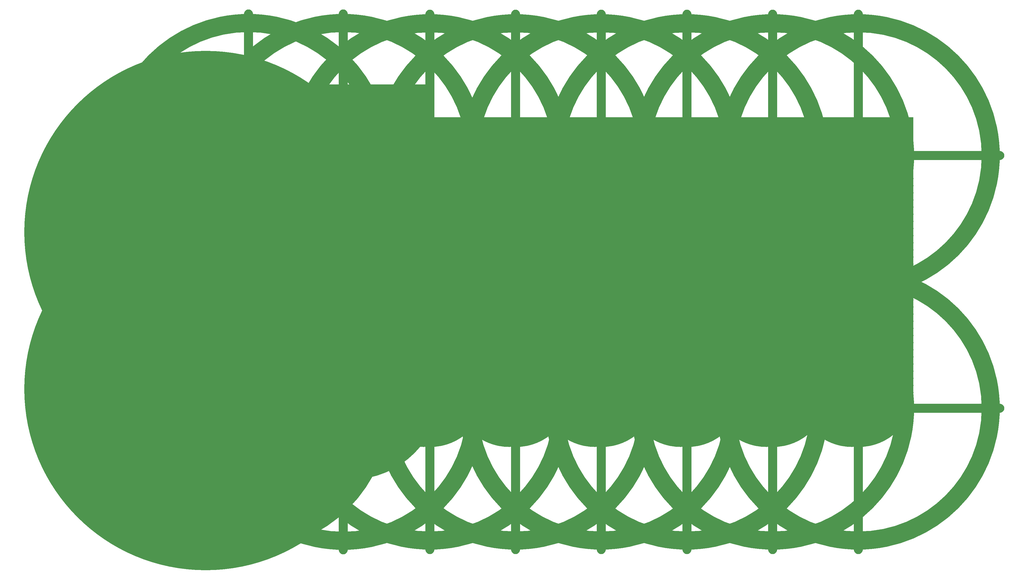
<source format=gtl>
G04*
G04  File:            F_D_P7.GTL, Mon Sep 09 10:52:44 2002*
G04  Source:          ACCEL Tango PCB, Version 13.01.33, (f_d_p7.pcb)*
G04  Format:          Gerber Format (RS-274-D), ASCII*
G04*
G04  Format Options:  Absolute Positioning*
G04                   Leading-Zero Suppression*
G04                   Scale Factor 1:1*
G04                   NO Circular Interpolation*
G04                   Millimeter Units*
G04                   Numeric Format: 4.4 (XXXX.XXXX)*
G04                   G54 NOT Used for Aperture Change*
G04                   Apertures Embedded*
G04*
G04  File Options:    Offset = (0.00mm,0.00mm)*
G04                   Drill Symbol Size = 2.03mm*
G04                   Pad/Via Holes*
G04*
G04  File Contents:   Pads*
G04                   Vias*
G04                   No Designators*
G04                   No Types*
G04                   No Values*
G04                   No Drill Symbols*
G04                   Top*
G04*
G04  Aperture MACROs for general use --- invoked via D-code assignment *
G04*
G04  General MACRO for flashed round with rotation and/or offset hole *
%AMROTOFFROUND*
1,1,$1,0.0000,0.0000*
1,0,$2,$3,$4*%
G04*
G04  General MACRO for flashed oval (obround) with rotation and/or offset hole *
%AMROTOFFOVAL*
21,1,$1,$2,0.0000,0.0000,$3*
1,1,$4,$5,$6*
1,1,$4,0-$5,0-$6*
1,0,$7,$8,$9*%
G04*
G04  General MACRO for flashed rectangle with rotation and/or offset hole *
%AMROTOFFRECT*
21,1,$1,$2,0.0000,0.0000,$3*
1,0,$4,$5,$6*%
G04*
G04  General MACRO for flashed rounded-rectangle *
%AMROUNDRECT*
21,1,$1,$2-$4,0.0000,0.0000,$3*
21,1,$1-$4,$2,0.0000,0.0000,$3*
1,1,$4,$5,$6*
1,1,$4,$7,$8*
1,1,$4,0-$5,0-$6*
1,1,$4,0-$7,0-$8*
1,0,$9,$10,$11*%
G04*
G04  General MACRO for flashed regular polygon *
%AMREGPOLY*
5,1,$1,0.0000,0.0000,$2,($3+$4)*
1,0,$5,$6,$7*%
G04  D10 : "Ellipse X0.25mm Y0.25mm H0.00mm 0.0deg (0.00mm,0.00mm) Draw"*
G04  Disc: OuterDia=0.2540*
%ADD10C, 0.2540 X0.0000*%
G04  D11 : "Ellipse X0.30mm Y0.30mm H0.00mm 0.0deg (0.00mm,0.00mm) Draw"*
G04  Disc: OuterDia=0.3000*
%ADD11C, 0.3000 X0.0000*%
G04  D12 : "Ellipse X0.38mm Y0.38mm H0.00mm 0.0deg (0.00mm,0.00mm) Draw"*
G04  Disc: OuterDia=0.3810*
%ADD12C, 0.3810 X0.0000*%
G04  D13 : "Ellipse X0.60mm Y0.60mm H0.00mm 0.0deg (0.00mm,0.00mm) Draw"*
G04  Disc: OuterDia=0.6000*
%ADD13C, 0.6000 X0.0000*%
G04  D14 : "Ellipse X0.64mm Y0.64mm H0.00mm 0.0deg (0.00mm,0.00mm) Draw"*
G04  Disc: OuterDia=0.6350*
%ADD14C, 0.6350 X0.0000*%
G04  D15 : "Ellipse X1.20mm Y1.20mm H0.00mm 0.0deg (0.00mm,0.00mm) Draw"*
G04  Disc: OuterDia=1.2000*
%ADD15C, 1.2000 X0.0000*%
G04  D16 : "Ellipse X1.22mm Y1.22mm H0.00mm 0.0deg (0.00mm,0.00mm) Draw"*
G04  Disc: OuterDia=1.2200*
%ADD16C, 1.2200 X0.0000*%
G04  D17 : "Ellipse X0.25mm Y0.25mm H0.00mm 0.0deg (0.00mm,0.00mm) Draw"*
G04  Disc: OuterDia=0.2500*
%ADD17C, 0.2500 X0.0000*%
G04  D18 : "Ellipse X2.54mm Y2.54mm H0.00mm 0.0deg (0.00mm,0.00mm) Flash"*
G04  Disc: OuterDia=2.5400*
%ADD18C, 2.5400 X0.0000*%
G04  D19 : "Ellipse X2.92mm Y2.92mm H0.00mm 0.0deg (0.00mm,0.00mm) Flash"*
G04  Disc: OuterDia=2.9210*
%ADD19C, 2.9210 X0.0000*%
G04  D20 : "Ellipse X5.08mm Y5.08mm H0.00mm 0.0deg (0.00mm,0.00mm) Flash"*
G04  Disc: OuterDia=5.0800*
%ADD20C, 5.0800 X0.0000*%
G04  D21 : "Ellipse X5.46mm Y5.46mm H0.00mm 0.0deg (0.00mm,0.00mm) Flash"*
G04  Disc: OuterDia=5.4610*
%ADD21C, 5.4610 X0.0000*%
G04  D22 : "Ellipse X1.52mm Y1.52mm H0.00mm 0.0deg (0.00mm,0.00mm) Flash"*
G04  Disc: OuterDia=1.5240*
%ADD22C, 1.5240 X0.0000*%
G04  D23 : "Ellipse X1.91mm Y1.91mm H0.00mm 0.0deg (0.00mm,0.00mm) Flash"*
G04  Disc: OuterDia=1.9050*
%ADD23C, 1.9050 X0.0000*%
G04  D24 : "Mounting Hole X3.96mm Y3.96mm H0.00mm 0.0deg (0.00mm,0.00mm) Flash"*
G04  Mounting Hole: Diameter=3.9624, Rotation=0.0000, LineWidth=0.1270 *
%AMMTHOLED24*
1,1,3.9624,0,0*
1,0,3.4544,0,0*
6,0,0,3.9624,0.1270,0,0,0.1270,3.9624,0.0000*%
%ADD24MTHOLED24*%
G04  D25 : "Rectangle X2.54mm Y2.54mm H0.00mm 0.0deg (0.00mm,0.00mm) Flash"*
G04  Square: Side=2.5400, Rotation=0.0, OffsetX=0.0000, OffsetY=0.0000, HoleDia=0.0000*
%ADD25R, 2.5400 X2.5400 X0.0000*%
G04  D26 : "Rectangle X2.92mm Y2.92mm H0.00mm 0.0deg (0.00mm,0.00mm) Flash"*
G04  Square: Side=2.9210, Rotation=0.0, OffsetX=0.0000, OffsetY=0.0000, HoleDia=0.0000*
%ADD26R, 2.9210 X2.9210 X0.0000*%
G04  D27 : "Rectangle X1.52mm Y1.52mm H0.00mm 0.0deg (0.00mm,0.00mm) Flash"*
G04  Square: Side=1.5240, Rotation=0.0, OffsetX=0.0000, OffsetY=0.0000, HoleDia=0.0000*
%ADD27R, 1.5240 X1.5240 X0.0000*%
G04  D28 : "Rectangle X1.91mm Y1.91mm H0.00mm 0.0deg (0.00mm,0.00mm) Flash"*
G04  Square: Side=1.9050, Rotation=0.0, OffsetX=0.0000, OffsetY=0.0000, HoleDia=0.0000*
%ADD28R, 1.9050 X1.9050 X0.0000*%
G04  D29 : "Ellipse X1.02mm Y1.02mm H0.00mm 0.0deg (0.00mm,0.00mm) Flash"*
G04  Disc: OuterDia=1.0160*
%ADD29C, 1.0160 X0.0000*%
G04  D30 : "Ellipse X1.40mm Y1.40mm H0.00mm 0.0deg (0.00mm,0.00mm) Flash"*
G04  Disc: OuterDia=1.3970*
%ADD30C, 1.3970 X0.0000*%
%ICAS*%
%FSLAX44Y44*%
%SFA1B1*%
%INF_D_P7.GTL*%
%OFA0.00B0.00*%
%MOMM*%
G71*
G90*
G01*
D2*
%LNTop*%
D15*
X628650Y685800*
X838200Y241300D1*
X552450Y787400D2*
X647700D1*
X552450Y762000D2*
Y787400D1*
X241300D2*
X552450D1*
X215900Y762000D2*
X241300Y787400D1*
X552450Y736600D2*
X647700D1*
X552450Y711200D2*
Y736600D1*
X241300D2*
X552450D1*
X241300D2*
X215900Y711200D1*
X552450Y685800D2*
X628650D1*
X552450Y660400D2*
Y685800D1*
X234950D2*
X552450D1*
X215900Y660400D2*
X234950Y685800D1*
X673100Y838200D2*
X552450D1*
X234950*
X552450Y812800D2*
Y838200D1*
X234950D2*
X215900Y812800D1*
D2*
D13*
X1212850Y666750*
X1460500D1*
X1206500Y660400D2*
X1212850Y666750D1*
X1181100Y660400D2*
X1206500D1*
X1168400Y673100D2*
X1181100Y660400D1*
X1155700Y666750D2*
X1168400Y673100D1*
X1212850Y692150D2*
X1460500D1*
X1206500Y685800D2*
X1212850Y692150D1*
X1181100Y685800D2*
X1206500D1*
X1168400Y698500D2*
X1181100Y685800D1*
X1155700Y692150D2*
X1168400Y698500D1*
X1212850Y717550D2*
X1460500D1*
X1206500Y711200D2*
X1212850Y717550D1*
X1181100Y711200D2*
X1206500D1*
X1168400Y723900D2*
X1181100Y711200D1*
X1155700Y717550D2*
X1168400Y723900D1*
X1212850Y742950D2*
X1460500D1*
X1206500Y736600D2*
X1212850Y742950D1*
X1181100Y736600D2*
X1206500D1*
X1168400Y749300D2*
X1181100Y736600D1*
X1155700Y742950D2*
X1168400Y749300D1*
X1212850Y768350D2*
X1460500D1*
X1206500Y762000D2*
X1212850Y768350D1*
X1181100Y762000D2*
X1206500D1*
X1168400Y774700D2*
X1181100Y762000D1*
X1155700Y768350D2*
X1168400Y774700D1*
X1212850Y793750D2*
X1460500D1*
X1206500Y787400D2*
X1212850Y793750D1*
X1181100Y787400D2*
X1206500D1*
X1168400Y800100D2*
X1181100Y787400D1*
X1155700Y793750D2*
X1168400Y800100D1*
X1212850Y819150D2*
X1460500D1*
X1206500Y812800D2*
X1212850Y819150D1*
X1181100Y812800D2*
X1206500D1*
X1168400Y825500D2*
X1181100Y812800D1*
X1155700Y819150D2*
X1168400Y825500D1*
X1212850Y844550D2*
X1460500D1*
X1206500Y838200D2*
X1212850Y844550D1*
X1181100Y838200D2*
X1206500D1*
X1168400Y850900D2*
X1181100Y838200D1*
X1155700Y844550D2*
X1168400Y850900D1*
X908050Y666750D2*
X1155700D1*
X876300Y838200D2*
X895350D1*
X863600Y850900D2*
X876300Y838200D1*
X895350D2*
X908050Y844550D1*
X1155700*
X863600Y825500D2*
X876300Y812800D1*
X895350*
X908050Y819150*
X1155700*
X863600Y800100D2*
X876300Y787400D1*
X895350*
X908050Y793750*
X1155700*
X863600Y774700D2*
X876300Y762000D1*
X895350*
X908050Y768350*
X1155700*
D2*
D15*
X825500Y647700*
X863600D1*
X774700Y787400D2*
X825500Y647700D1*
D2*
D13*
X863600Y749300*
X876300Y736600D1*
X895350*
X908050Y742950*
X1155700*
X863600Y723900D2*
X876300Y711200D1*
X895350*
X908050Y717550*
X1155700*
X863600Y698500D2*
X876300Y685800D1*
X895350*
X908050Y692150*
X1155700*
D2*
D15*
X787400Y889000*
X825500Y704850D1*
D2*
D13*
X863600Y673100*
X876300Y660400D1*
X895350*
X908050Y666750*
D2*
D15*
X698500Y787400*
X774700D1*
X673100Y685800D2*
Y749300D1*
Y838200*
D2*
D13*
X908050Y311150*
X1155700D1*
X895350Y304800D2*
X908050Y311150D1*
X876300Y304800D2*
X895350D1*
X863600Y317500D2*
X876300Y304800D1*
X908050Y285750D2*
X1155700D1*
X895350Y279400D2*
X908050Y285750D1*
X876300Y279400D2*
X895350D1*
X863600Y292100D2*
X876300Y279400D1*
X863600Y165100D2*
X876300Y152400D1*
X895350*
X908050Y158750*
X1155700*
X863600Y190500D2*
X876300Y177800D1*
X895350*
X908050Y184150*
X1155700*
D2*
D15*
X838200Y241300*
X863600D1*
D2*
D13*
Y266700*
X876300Y254000D1*
X895350*
X908050Y260350*
X1155700*
X863600Y215900D2*
X876300Y203200D1*
X895350*
X908050Y107950D2*
X1155700D1*
X895350Y101600D2*
X908050Y107950D1*
X876300Y101600D2*
X895350D1*
X863600Y114300D2*
X876300Y101600D1*
X908050Y209550D2*
X1155700D1*
X895350Y203200D2*
X908050Y209550D1*
X863600Y647700D2*
X876300Y635000D1*
X895350*
X908050Y641350*
X1155700*
X863600Y622300D2*
X876300Y609600D1*
X895350*
X908050Y615950*
X1155700*
X908050Y336550D2*
X1155700D1*
X895350Y330200D2*
X908050Y336550D1*
X876300Y330200D2*
X895350D1*
X863600Y342900D2*
X876300Y330200D1*
X908050Y488950D2*
X1155700D1*
X895350Y482600D2*
X908050Y488950D1*
X876300Y482600D2*
X895350D1*
X863600Y495300D2*
X876300Y482600D1*
X908050Y412750D2*
X1155700D1*
X895350Y406400D2*
X908050Y412750D1*
X876300Y406400D2*
X895350D1*
X863600Y419100D2*
X876300Y406400D1*
X908050Y438150D2*
X1155700D1*
X895350Y431800D2*
X908050Y438150D1*
X876300Y431800D2*
X895350D1*
X863600Y444500D2*
X876300Y431800D1*
X908050Y565150D2*
X1155700D1*
X895350Y558800D2*
X908050Y565150D1*
X876300Y558800D2*
X895350D1*
X863600Y571500D2*
X876300Y558800D1*
X908050Y514350D2*
X1155700D1*
X895350Y508000D2*
X908050Y514350D1*
X876300Y508000D2*
X895350D1*
X863600Y520700D2*
X876300Y508000D1*
X895350Y584200D2*
X908050Y590550D1*
X876300Y584200D2*
X895350D1*
X863600Y596900D2*
X876300Y584200D1*
X863600Y546100D2*
X876300Y533400D1*
X895350*
X908050Y539750*
X1155700*
X863600Y393700D2*
X876300Y381000D1*
X895350*
X908050Y387350*
X1155700*
X863600Y368300D2*
X876300Y355600D1*
X895350*
X908050Y361950*
X1155700*
X863600Y469900D2*
X876300Y457200D1*
X895350*
X908050Y463550*
X1155700*
X908050Y590550D2*
X1155700D1*
D2*
D15*
X762000Y736600*
X812800Y596900D1*
X863600*
D2*
D13*
X1168400Y520700*
X1181100Y508000D1*
X1155700Y514350D2*
X1168400Y520700D1*
X1206500Y584200D2*
X1212850Y590550D1*
X1181100Y584200D2*
X1206500D1*
X1168400Y596900D2*
X1181100Y584200D1*
X1212850Y590550D2*
X1460500D1*
X1155700D2*
X1168400Y596900D1*
X1212850Y615950D2*
X1460500D1*
X1206500Y609600D2*
X1212850Y615950D1*
X1181100Y609600D2*
X1206500D1*
X1168400Y622300D2*
X1181100Y609600D1*
X1155700Y615950D2*
X1168400Y622300D1*
X1212850Y641350D2*
X1460500D1*
X1206500Y635000D2*
X1212850Y641350D1*
X1181100Y635000D2*
X1206500D1*
X1168400Y647700D2*
X1181100Y635000D1*
X1155700Y641350D2*
X1168400Y647700D1*
X1181100Y508000D2*
X1206500D1*
X1212850Y514350*
X1460500*
X1155700Y565150D2*
X1168400Y571500D1*
X1181100Y558800*
X1206500*
X1212850Y565150*
X1460500*
X1155700Y438150D2*
X1168400Y444500D1*
X1181100Y431800*
X1206500*
X1212850Y438150*
X1460500*
X1155700Y412750D2*
X1168400Y419100D1*
X1181100Y406400*
X1206500*
X1212850Y412750*
X1460500*
X1155700Y488950D2*
X1168400Y495300D1*
X1181100Y482600*
X1206500*
X1212850Y488950*
X1460500*
X1155700Y336550D2*
X1168400Y342900D1*
X1181100Y330200*
X1206500*
X1212850Y336550*
X1460500*
X1155700Y539750D2*
X1168400Y546100D1*
X1181100Y533400*
X1206500*
X1212850Y539750*
X1460500*
X1155700Y387350D2*
X1168400Y393700D1*
X1181100Y381000*
X1206500*
X1212850Y387350*
X1460500*
X1155700Y361950D2*
X1168400Y368300D1*
X1181100Y355600*
X1206500*
X1212850Y361950*
X1460500*
X1155700Y463550D2*
X1168400Y469900D1*
X1181100Y457200*
X1206500*
X1212850Y463550*
X1460500*
X1212850Y107950D2*
X1460500D1*
X1206500Y101600D2*
X1212850Y107950D1*
X1181100Y101600D2*
X1206500D1*
X1168400Y114300D2*
X1181100Y101600D1*
X1155700Y107950D2*
X1168400Y114300D1*
X1212850Y209550D2*
X1460500D1*
X1206500Y203200D2*
X1212850Y209550D1*
X1181100Y203200D2*
X1206500D1*
X1168400Y215900D2*
X1181100Y203200D1*
X1155700Y209550D2*
X1168400Y215900D1*
X1212850Y260350D2*
X1460500D1*
X1206500Y254000D2*
X1212850Y260350D1*
X1181100Y254000D2*
X1206500D1*
X1168400Y266700D2*
X1181100Y254000D1*
X1155700Y260350D2*
X1168400Y266700D1*
X1212850Y184150D2*
X1460500D1*
X1206500Y177800D2*
X1212850Y184150D1*
X1181100Y177800D2*
X1206500D1*
X1168400Y190500D2*
X1181100Y177800D1*
X1155700Y184150D2*
X1168400Y190500D1*
X1212850Y158750D2*
X1460500D1*
X1206500Y152400D2*
X1212850Y158750D1*
X1181100Y152400D2*
X1206500D1*
X1168400Y165100D2*
X1181100Y152400D1*
X1155700Y158750D2*
X1168400Y165100D1*
X1155700Y285750D2*
X1168400Y292100D1*
X1181100Y279400*
X1206500*
X1212850Y285750*
X1460500*
X1155700Y311150D2*
X1168400Y317500D1*
X1181100Y304800*
X1206500*
X1212850Y311150*
X1460500*
X1517650D2*
X1765300D1*
X1511300Y304800D2*
X1517650Y311150D1*
X1485900Y304800D2*
X1511300D1*
X1473200Y317500D2*
X1485900Y304800D1*
X1460500Y311150D2*
X1473200Y317500D1*
X1517650Y285750D2*
X1765300D1*
X1511300Y279400D2*
X1517650Y285750D1*
X1485900Y279400D2*
X1511300D1*
X1473200Y292100D2*
X1485900Y279400D1*
X1460500Y285750D2*
X1473200Y292100D1*
X1460500Y158750D2*
X1473200Y165100D1*
X1485900Y152400*
X1511300*
X1517650Y158750*
X1765300*
X1460500Y184150D2*
X1473200Y190500D1*
X1485900Y177800*
X1511300*
X1517650Y184150*
X1765300*
X1460500Y260350D2*
X1473200Y266700D1*
X1485900Y254000*
X1511300*
X1517650Y260350*
X1765300*
X1460500Y209550D2*
X1473200Y215900D1*
X1485900Y203200*
X1511300*
X1517650Y209550*
X1765300*
X1460500Y107950D2*
X1473200Y114300D1*
X1485900Y101600*
X1511300*
X1517650Y107950*
X1765300*
X1473200Y419100D2*
X1485900Y406400D1*
X1511300*
X1517650Y412750*
X1765300*
X1460500Y488950D2*
X1473200Y495300D1*
X1485900Y482600*
X1511300*
X1517650Y488950*
Y590550D2*
X1765300D1*
X1460500D2*
X1473200Y596900D1*
X1517650Y615950D2*
X1765300D1*
X1511300Y609600D2*
X1517650Y615950D1*
X1485900Y609600D2*
X1511300D1*
X1473200Y622300D2*
X1485900Y609600D1*
X1460500Y615950D2*
X1473200Y622300D1*
X1517650Y641350D2*
X1765300D1*
X1511300Y635000D2*
X1517650Y641350D1*
X1485900Y635000D2*
X1511300D1*
X1473200Y647700D2*
X1485900Y635000D1*
X1460500Y641350D2*
X1473200Y647700D1*
X1517650Y463550D2*
X1765300D1*
X1511300Y457200D2*
X1517650Y463550D1*
X1485900Y457200D2*
X1511300D1*
X1473200Y469900D2*
X1485900Y457200D1*
X1460500Y463550D2*
X1473200Y469900D1*
X1517650Y361950D2*
X1765300D1*
X1511300Y355600D2*
X1517650Y361950D1*
X1485900Y355600D2*
X1511300D1*
X1473200Y368300D2*
X1485900Y355600D1*
X1460500Y361950D2*
X1473200Y368300D1*
X1517650Y387350D2*
X1765300D1*
X1511300Y381000D2*
X1517650Y387350D1*
X1485900Y381000D2*
X1511300D1*
X1473200Y393700D2*
X1485900Y381000D1*
X1460500Y387350D2*
X1473200Y393700D1*
X1517650Y539750D2*
X1765300D1*
X1511300Y533400D2*
X1517650Y539750D1*
X1485900Y533400D2*
X1511300D1*
X1473200Y546100D2*
X1485900Y533400D1*
X1460500Y539750D2*
X1473200Y546100D1*
X1517650Y336550D2*
X1765300D1*
X1511300Y330200D2*
X1517650Y336550D1*
X1485900Y330200D2*
X1511300D1*
X1473200Y342900D2*
X1485900Y330200D1*
X1460500Y336550D2*
X1473200Y342900D1*
X1517650Y488950D2*
X1765300D1*
X1460500Y412750D2*
X1473200Y419100D1*
X1517650Y438150D2*
X1765300D1*
X1511300Y431800D2*
X1517650Y438150D1*
X1485900Y431800D2*
X1511300D1*
X1473200Y444500D2*
X1485900Y431800D1*
X1460500Y438150D2*
X1473200Y444500D1*
X1517650Y565150D2*
X1765300D1*
X1511300Y558800D2*
X1517650Y565150D1*
X1485900Y558800D2*
X1511300D1*
X1473200Y571500D2*
X1485900Y558800D1*
X1460500Y565150D2*
X1473200Y571500D1*
X1517650Y514350D2*
X1765300D1*
X1511300Y508000D2*
X1517650Y514350D1*
X1485900Y508000D2*
X1511300D1*
X1473200Y520700D2*
X1485900Y508000D1*
X1460500Y514350D2*
X1473200Y520700D1*
X1511300Y584200D2*
X1517650Y590550D1*
X1485900Y584200D2*
X1511300D1*
X1473200Y596900D2*
X1485900Y584200D1*
X1765300Y615950D2*
X1778000Y622300D1*
X1822450Y641350D2*
X2070100D1*
X1816100Y635000D2*
X1822450Y641350D1*
X1790700Y635000D2*
X1816100D1*
X1778000Y647700D2*
X1790700Y635000D1*
X1765300Y641350D2*
X1778000Y647700D1*
Y622300D2*
X1790700Y609600D1*
X1816100*
X1822450Y615950*
X2070100*
X1765300Y590550D2*
X1778000Y596900D1*
X1822450Y590550D2*
X2070100D1*
X1778000Y596900D2*
X1790700Y584200D1*
X1816100*
X1822450Y590550*
X1765300Y514350D2*
X1778000Y520700D1*
X1790700Y508000*
X1816100*
X1822450Y514350*
X2070100*
X1765300Y565150D2*
X1778000Y571500D1*
X1790700Y558800*
X1816100*
X1822450Y565150*
X2070100*
X1765300Y438150D2*
X1778000Y444500D1*
X1790700Y431800*
X1816100*
X1822450Y438150*
X2070100*
X1765300Y412750D2*
X1778000Y419100D1*
X1790700Y406400*
X1816100*
X1822450Y412750*
X2070100*
X1765300Y488950D2*
X1778000Y495300D1*
X1790700Y482600*
X1816100*
X1822450Y488950*
X2070100*
X1765300Y336550D2*
X1778000Y342900D1*
X1790700Y330200*
X1816100*
X1822450Y336550*
X2070100*
X1765300Y539750D2*
X1778000Y546100D1*
X1790700Y533400*
X1816100*
X1822450Y539750*
X2070100*
X1765300Y387350D2*
X1778000Y393700D1*
X1790700Y381000*
X1816100*
X1822450Y387350*
X2070100*
X1765300Y361950D2*
X1778000Y368300D1*
X1790700Y355600*
X1816100*
X1822450Y361950*
X2070100*
X1765300Y463550D2*
X1778000Y469900D1*
X1790700Y457200*
X1816100*
X1822450Y463550*
X2070100*
X1765300Y285750D2*
X1778000Y292100D1*
X1790700Y279400*
X1816100*
X1822450Y285750*
X2070100*
X1765300Y311150D2*
X1778000Y317500D1*
X1790700Y304800*
X1816100*
X1822450Y311150*
X2070100*
X1765300Y158750D2*
X1778000Y165100D1*
X1790700Y152400*
X1816100*
X1822450Y158750*
X2070100*
X1765300Y184150D2*
X1778000Y190500D1*
X1790700Y177800*
X1816100*
X1822450Y184150*
X2070100*
X1765300Y260350D2*
X1778000Y266700D1*
X1790700Y254000*
X1816100*
X1822450Y260350*
X2070100*
X1765300Y209550D2*
X1778000Y215900D1*
X1790700Y203200*
X1816100*
X1822450Y209550*
X2070100*
X1765300Y107950D2*
X1778000Y114300D1*
X1790700Y101600*
X1816100*
X1822450Y107950*
X2070100*
X1460500Y819150D2*
X1473200Y825500D1*
X1485900Y812800*
X1511300*
X1517650Y819150*
X1765300*
X1460500Y793750D2*
X1473200Y800100D1*
X1485900Y787400*
X1511300*
X1517650Y793750*
X1765300*
X1517650Y844550D2*
X1765300D1*
X1511300Y838200D2*
X1517650Y844550D1*
X1485900Y838200D2*
X1511300D1*
X1473200Y850900D2*
X1485900Y838200D1*
X1460500Y844550D2*
X1473200Y850900D1*
X1460500Y768350D2*
X1473200Y774700D1*
X1485900Y762000*
X1511300*
X1517650Y768350*
X1765300*
X1460500Y742950D2*
X1473200Y749300D1*
X1485900Y736600*
X1511300*
X1517650Y742950*
X1765300*
X1460500Y717550D2*
X1473200Y723900D1*
X1485900Y711200*
X1511300*
X1517650Y717550*
X1765300*
X1460500Y692150D2*
X1473200Y698500D1*
X1485900Y685800*
X1511300*
X1517650Y692150*
X1765300*
X1460500Y666750D2*
X1473200Y673100D1*
X1485900Y660400*
X1511300*
X1517650Y666750*
X1765300*
Y844550D2*
X1778000Y850900D1*
X1790700Y838200*
X1816100*
X1822450Y844550*
X2070100*
X1765300Y819150D2*
X1778000Y825500D1*
X1790700Y812800*
X1816100*
X1822450Y819150*
X2070100*
X1765300Y793750D2*
X1778000Y800100D1*
X1790700Y787400*
X1816100*
X1822450Y793750*
X2070100*
X1765300Y768350D2*
X1778000Y774700D1*
X1790700Y762000*
X1816100*
X1822450Y768350*
X2070100*
X1765300Y742950D2*
X1778000Y749300D1*
X1790700Y736600*
X1816100*
X1822450Y742950*
X2070100*
X1765300Y717550D2*
X1778000Y723900D1*
X1790700Y711200*
X1816100*
X1822450Y717550*
X2070100*
X1765300Y692150D2*
X1778000Y698500D1*
X1790700Y685800*
X1816100*
X1822450Y692150*
X2070100*
X1765300Y666750D2*
X1778000Y673100D1*
X1790700Y660400*
X1816100*
X1822450Y666750*
X2070100*
X2082800Y800100D2*
X2095500Y787400D1*
X2070100Y793750D2*
X2082800Y800100D1*
X2127250Y819150D2*
X2374900D1*
X2120900Y812800D2*
X2127250Y819150D1*
X2095500Y812800D2*
X2120900D1*
X2082800Y825500D2*
X2095500Y812800D1*
X2070100Y819150D2*
X2082800Y825500D1*
X2127250Y844550D2*
X2374900D1*
X2120900Y838200D2*
X2127250Y844550D1*
X2095500Y838200D2*
X2120900D1*
X2082800Y850900D2*
X2095500Y838200D1*
X2070100Y844550D2*
X2082800Y850900D1*
X2095500Y787400D2*
X2120900D1*
X2127250Y793750*
X2374900*
X2070100Y768350D2*
X2082800Y774700D1*
X2095500Y762000*
X2120900*
X2127250Y768350*
X2374900*
X2070100Y742950D2*
X2082800Y749300D1*
X2095500Y736600*
X2120900*
X2127250Y742950*
X2374900*
X2070100Y717550D2*
X2082800Y723900D1*
X2095500Y711200*
X2120900*
X2127250Y717550*
X2374900*
X2070100Y692150D2*
X2082800Y698500D1*
X2095500Y685800*
X2120900*
X2127250Y692150*
X2374900*
X2070100Y666750D2*
X2082800Y673100D1*
X2095500Y660400*
X2120900*
X2127250Y666750*
X2374900*
Y844550D2*
X2387600Y850900D1*
X2374900Y819150D2*
X2387600Y825500D1*
X2374900Y793750D2*
X2387600Y800100D1*
X2374900Y768350D2*
X2387600Y774700D1*
X2374900Y742950D2*
X2387600Y749300D1*
X2374900Y717550D2*
X2387600Y723900D1*
X2374900Y692150D2*
X2387600Y698500D1*
X2374900Y666750D2*
X2387600Y673100D1*
X2070100Y285750D2*
X2082800Y292100D1*
X2095500Y279400*
X2120900*
X2127250Y285750*
X2374900*
X2070100Y158750D2*
X2082800Y165100D1*
X2095500Y152400*
X2120900*
X2127250Y158750*
X2374900*
X2070100Y184150D2*
X2082800Y190500D1*
X2095500Y177800*
X2120900*
X2127250Y184150*
X2374900*
X2070100Y260350D2*
X2082800Y266700D1*
X2095500Y254000*
X2120900*
X2127250Y260350*
X2374900*
X2070100Y209550D2*
X2082800Y215900D1*
X2095500Y203200*
X2120900*
X2127250Y209550*
X2374900*
X2070100Y107950D2*
X2082800Y114300D1*
X2095500Y101600*
X2120900*
X2127250Y107950*
X2374900*
X2127250Y311150D2*
X2374900D1*
X2120900Y304800D2*
X2127250Y311150D1*
X2095500Y304800D2*
X2120900D1*
X2082800Y317500D2*
X2095500Y304800D1*
X2070100Y311150D2*
X2082800Y317500D1*
X2127250Y463550D2*
X2374900D1*
X2120900Y457200D2*
X2127250Y463550D1*
X2095500Y457200D2*
X2120900D1*
X2082800Y469900D2*
X2095500Y457200D1*
X2070100Y463550D2*
X2082800Y469900D1*
X2127250Y361950D2*
X2374900D1*
X2120900Y355600D2*
X2127250Y361950D1*
X2095500Y355600D2*
X2120900D1*
X2082800Y368300D2*
X2095500Y355600D1*
X2070100Y361950D2*
X2082800Y368300D1*
X2127250Y387350D2*
X2374900D1*
X2120900Y381000D2*
X2127250Y387350D1*
X2095500Y381000D2*
X2120900D1*
X2082800Y393700D2*
X2095500Y381000D1*
X2070100Y387350D2*
X2082800Y393700D1*
X2127250Y539750D2*
X2374900D1*
X2120900Y533400D2*
X2127250Y539750D1*
X2095500Y533400D2*
X2120900D1*
X2082800Y546100D2*
X2095500Y533400D1*
X2070100Y539750D2*
X2082800Y546100D1*
X2127250Y336550D2*
X2374900D1*
X2120900Y330200D2*
X2127250Y336550D1*
X2095500Y330200D2*
X2120900D1*
X2082800Y342900D2*
X2095500Y330200D1*
X2070100Y336550D2*
X2082800Y342900D1*
X2127250Y488950D2*
X2374900D1*
X2120900Y482600D2*
X2127250Y488950D1*
X2095500Y482600D2*
X2120900D1*
X2082800Y495300D2*
X2095500Y482600D1*
X2070100Y488950D2*
X2082800Y495300D1*
X2127250Y412750D2*
X2374900D1*
X2120900Y406400D2*
X2127250Y412750D1*
X2095500Y406400D2*
X2120900D1*
X2082800Y419100D2*
X2095500Y406400D1*
X2070100Y412750D2*
X2082800Y419100D1*
X2127250Y438150D2*
X2374900D1*
X2120900Y431800D2*
X2127250Y438150D1*
X2095500Y431800D2*
X2120900D1*
X2082800Y444500D2*
X2095500Y431800D1*
X2070100Y438150D2*
X2082800Y444500D1*
X2127250Y565150D2*
X2374900D1*
X2120900Y558800D2*
X2127250Y565150D1*
X2095500Y558800D2*
X2120900D1*
X2082800Y571500D2*
X2095500Y558800D1*
X2070100Y565150D2*
X2082800Y571500D1*
X2127250Y514350D2*
X2374900D1*
X2120900Y508000D2*
X2127250Y514350D1*
X2095500Y508000D2*
X2120900D1*
X2082800Y520700D2*
X2095500Y508000D1*
X2070100Y514350D2*
X2082800Y520700D1*
X2120900Y584200D2*
X2127250Y590550D1*
X2095500Y584200D2*
X2120900D1*
X2082800Y596900D2*
X2095500Y584200D1*
X2070100Y641350D2*
X2082800Y647700D1*
X2095500Y635000*
X2120900*
X2127250Y641350*
X2374900*
X2070100Y615950D2*
X2082800Y622300D1*
X2095500Y609600*
X2120900*
X2127250Y615950*
X2374900*
X2070100Y590550D2*
X2082800Y596900D1*
X2127250Y590550D2*
X2374900D1*
Y641350D2*
X2387600Y647700D1*
X2374900Y615950D2*
X2387600Y622300D1*
X2374900Y590550D2*
X2387600Y596900D1*
X2374900Y514350D2*
X2387600Y520700D1*
X2374900Y565150D2*
X2387600Y571500D1*
X2374900Y438150D2*
X2387600Y444500D1*
X2374900Y412750D2*
X2387600Y419100D1*
X2374900Y488950D2*
X2387600Y495300D1*
X2374900Y336550D2*
X2387600Y342900D1*
X2374900Y539750D2*
X2387600Y546100D1*
X2374900Y387350D2*
X2387600Y393700D1*
X2374900Y361950D2*
X2387600Y368300D1*
X2374900Y463550D2*
X2387600Y469900D1*
X2374900Y107950D2*
X2387600Y114300D1*
X2374900Y209550D2*
X2387600Y215900D1*
X2374900Y260350D2*
X2387600Y266700D1*
X2374900Y184150D2*
X2387600Y190500D1*
X2374900Y158750D2*
X2387600Y165100D1*
X2374900Y285750D2*
X2387600Y292100D1*
X2374900Y311150D2*
X2387600Y317500D1*
D2*
D22*
X863600Y850900D3*
Y825500D3*
Y800100D3*
Y774700D3*
Y749300D3*
Y723900D3*
Y698500D3*
Y673100D3*
Y647700D3*
Y622300D3*
Y596900D3*
Y571500D3*
Y546100D3*
Y520700D3*
Y495300D3*
Y469900D3*
Y444500D3*
Y419100D3*
Y393700D3*
Y368300D3*
Y342900D3*
Y317500D3*
Y292100D3*
Y266700D3*
Y241300D3*
Y215900D3*
Y190500D3*
Y165100D3*
Y139700D3*
Y114300D3*
Y88900D3*
D27*
X889000Y876300D3*
D22*
Y825500D3*
Y800100D3*
Y774700D3*
Y749300D3*
Y723900D3*
Y698500D3*
Y673100D3*
Y647700D3*
Y622300D3*
Y596900D3*
Y571500D3*
Y546100D3*
Y520700D3*
Y495300D3*
Y469900D3*
Y444500D3*
Y419100D3*
Y393700D3*
Y368300D3*
Y342900D3*
Y317500D3*
Y292100D3*
Y266700D3*
Y241300D3*
Y215900D3*
Y190500D3*
Y165100D3*
Y139700D3*
Y114300D3*
Y88900D3*
D24*
X885952Y932688D3*
Y32766D3*
D22*
X889000Y850900D3*
D27*
X863600Y876300D3*
D22*
X1168400Y850900D3*
Y825500D3*
Y800100D3*
Y774700D3*
Y749300D3*
Y723900D3*
Y698500D3*
Y673100D3*
Y647700D3*
Y622300D3*
Y596900D3*
Y571500D3*
Y546100D3*
Y520700D3*
Y495300D3*
Y469900D3*
Y444500D3*
Y419100D3*
Y393700D3*
Y368300D3*
Y342900D3*
Y317500D3*
Y292100D3*
Y266700D3*
Y241300D3*
Y215900D3*
Y190500D3*
Y165100D3*
Y139700D3*
Y114300D3*
Y88900D3*
D27*
X1193800Y876300D3*
D22*
Y825500D3*
Y800100D3*
Y774700D3*
Y749300D3*
Y723900D3*
Y698500D3*
Y673100D3*
Y647700D3*
Y622300D3*
Y596900D3*
Y571500D3*
Y546100D3*
Y520700D3*
Y495300D3*
Y469900D3*
Y444500D3*
Y419100D3*
Y393700D3*
Y368300D3*
Y342900D3*
Y317500D3*
Y292100D3*
Y266700D3*
Y241300D3*
Y215900D3*
Y190500D3*
Y165100D3*
Y139700D3*
Y114300D3*
Y88900D3*
D24*
X1190752Y932688D3*
Y32766D3*
D22*
X1193800Y850900D3*
D27*
X1168400Y876300D3*
D22*
X1473200Y850900D3*
Y825500D3*
Y800100D3*
Y774700D3*
Y749300D3*
Y723900D3*
Y698500D3*
Y673100D3*
Y647700D3*
Y622300D3*
Y596900D3*
Y571500D3*
Y546100D3*
Y520700D3*
Y495300D3*
Y469900D3*
Y444500D3*
Y419100D3*
Y393700D3*
Y368300D3*
Y342900D3*
Y317500D3*
Y292100D3*
Y266700D3*
Y241300D3*
Y215900D3*
Y190500D3*
Y165100D3*
Y139700D3*
Y114300D3*
Y88900D3*
D27*
X1498600Y876300D3*
D22*
Y825500D3*
Y800100D3*
Y774700D3*
Y749300D3*
Y723900D3*
Y698500D3*
Y673100D3*
Y647700D3*
Y622300D3*
Y596900D3*
Y571500D3*
Y546100D3*
Y520700D3*
Y495300D3*
Y469900D3*
Y444500D3*
Y419100D3*
Y393700D3*
Y368300D3*
Y342900D3*
Y317500D3*
Y292100D3*
Y266700D3*
Y241300D3*
Y215900D3*
Y190500D3*
Y165100D3*
Y139700D3*
Y114300D3*
Y88900D3*
D24*
X1495552Y932688D3*
Y32766D3*
D22*
X1498600Y850900D3*
D27*
X1473200Y876300D3*
D22*
X1778000Y850900D3*
Y825500D3*
Y800100D3*
Y774700D3*
Y749300D3*
Y723900D3*
Y698500D3*
Y673100D3*
Y647700D3*
Y622300D3*
Y596900D3*
Y571500D3*
Y546100D3*
Y520700D3*
Y495300D3*
Y469900D3*
Y444500D3*
Y419100D3*
Y393700D3*
Y368300D3*
Y342900D3*
Y317500D3*
Y292100D3*
Y266700D3*
Y241300D3*
Y215900D3*
Y190500D3*
Y165100D3*
Y139700D3*
Y114300D3*
Y88900D3*
D27*
X1803400Y876300D3*
D22*
Y825500D3*
Y800100D3*
Y774700D3*
Y749300D3*
Y723900D3*
Y698500D3*
Y673100D3*
Y647700D3*
Y622300D3*
Y596900D3*
Y571500D3*
Y546100D3*
Y520700D3*
Y495300D3*
Y469900D3*
Y444500D3*
Y419100D3*
Y393700D3*
Y368300D3*
Y342900D3*
Y317500D3*
Y292100D3*
Y266700D3*
Y241300D3*
Y215900D3*
Y190500D3*
Y165100D3*
Y139700D3*
Y114300D3*
Y88900D3*
D24*
X1800352Y932688D3*
Y32766D3*
D22*
X1803400Y850900D3*
D27*
X1778000Y876300D3*
D22*
X2082800Y850900D3*
Y825500D3*
Y800100D3*
Y774700D3*
Y749300D3*
Y723900D3*
Y698500D3*
Y673100D3*
Y647700D3*
Y622300D3*
Y596900D3*
Y571500D3*
Y546100D3*
Y520700D3*
Y495300D3*
Y469900D3*
Y444500D3*
Y419100D3*
Y393700D3*
Y368300D3*
Y342900D3*
Y317500D3*
Y292100D3*
Y266700D3*
Y241300D3*
Y215900D3*
Y190500D3*
Y165100D3*
Y139700D3*
Y114300D3*
Y88900D3*
D27*
X2108200Y876300D3*
D22*
Y825500D3*
Y800100D3*
Y774700D3*
Y749300D3*
Y723900D3*
Y698500D3*
Y673100D3*
Y647700D3*
Y622300D3*
Y596900D3*
Y571500D3*
Y546100D3*
Y520700D3*
Y495300D3*
Y469900D3*
Y444500D3*
Y419100D3*
Y393700D3*
Y368300D3*
Y342900D3*
Y317500D3*
Y292100D3*
Y266700D3*
Y241300D3*
Y215900D3*
Y190500D3*
Y165100D3*
Y139700D3*
Y114300D3*
Y88900D3*
D24*
X2105152Y932688D3*
Y32766D3*
D22*
X2108200Y850900D3*
D27*
X2082800Y876300D3*
D22*
X2387600Y850900D3*
Y825500D3*
Y800100D3*
Y774700D3*
Y749300D3*
Y723900D3*
Y698500D3*
Y673100D3*
Y647700D3*
Y622300D3*
Y596900D3*
Y571500D3*
Y546100D3*
Y520700D3*
Y495300D3*
Y469900D3*
Y444500D3*
Y419100D3*
Y393700D3*
Y368300D3*
Y342900D3*
Y317500D3*
Y292100D3*
Y266700D3*
Y241300D3*
Y215900D3*
Y190500D3*
Y165100D3*
Y139700D3*
Y114300D3*
Y88900D3*
D27*
X2413000Y876300D3*
D22*
Y825500D3*
Y800100D3*
Y774700D3*
Y749300D3*
Y723900D3*
Y698500D3*
Y673100D3*
Y647700D3*
Y622300D3*
Y596900D3*
Y571500D3*
Y546100D3*
Y520700D3*
Y495300D3*
Y469900D3*
Y444500D3*
Y419100D3*
Y393700D3*
Y368300D3*
Y342900D3*
Y317500D3*
Y292100D3*
Y266700D3*
Y241300D3*
Y215900D3*
Y190500D3*
Y165100D3*
Y139700D3*
Y114300D3*
Y88900D3*
D24*
X2409952Y932688D3*
Y32766D3*
D22*
X2413000Y850900D3*
D27*
X2387600Y876300D3*
D18*
X552450Y812800D3*
X603250D3*
X552450Y762000D3*
X603250D3*
X552450Y152400D3*
Y203200D3*
Y254000D3*
Y304800D3*
Y355600D3*
Y406400D3*
Y457200D3*
Y508000D3*
Y558800D3*
Y609600D3*
Y660400D3*
Y711200D3*
Y101600D3*
X603250D3*
Y152400D3*
Y203200D3*
Y254000D3*
Y304800D3*
Y355600D3*
Y406400D3*
Y457200D3*
Y508000D3*
Y558800D3*
Y609600D3*
Y660400D3*
Y711200D3*
Y863600D3*
D25*
X552450D3*
D24*
X577850Y933450D3*
Y31750D3*
D18*
X215900Y812800D3*
X266700D3*
X215900Y762000D3*
X266700D3*
X215900Y152400D3*
Y203200D3*
Y254000D3*
Y304800D3*
Y355600D3*
Y406400D3*
Y457200D3*
Y508000D3*
Y558800D3*
Y609600D3*
Y660400D3*
Y711200D3*
Y101600D3*
X266700D3*
Y152400D3*
Y203200D3*
Y254000D3*
Y304800D3*
Y355600D3*
Y406400D3*
Y457200D3*
Y508000D3*
Y558800D3*
Y609600D3*
Y660400D3*
Y711200D3*
Y863600D3*
D25*
X215900D3*
D24*
X241300Y933450D3*
Y31750D3*
D18*
X101600Y508000D3*
X146050Y558800D3*
X139700Y457200D3*
X101600Y406400D3*
X139700Y355600D3*
X101600Y304800D3*
X139700Y254000D3*
X101600Y203200D3*
X139700Y152400D3*
D20*
X88900Y660400D3*
D18*
D3*
D20*
Y101600D3*
D18*
D3*
D29*
X698500Y787400D3*
X647700D3*
X762000Y736600D3*
X647700D3*
X673100Y685800D3*
X825500Y704850D3*
X787400Y889000D3*
D02M02*

</source>
